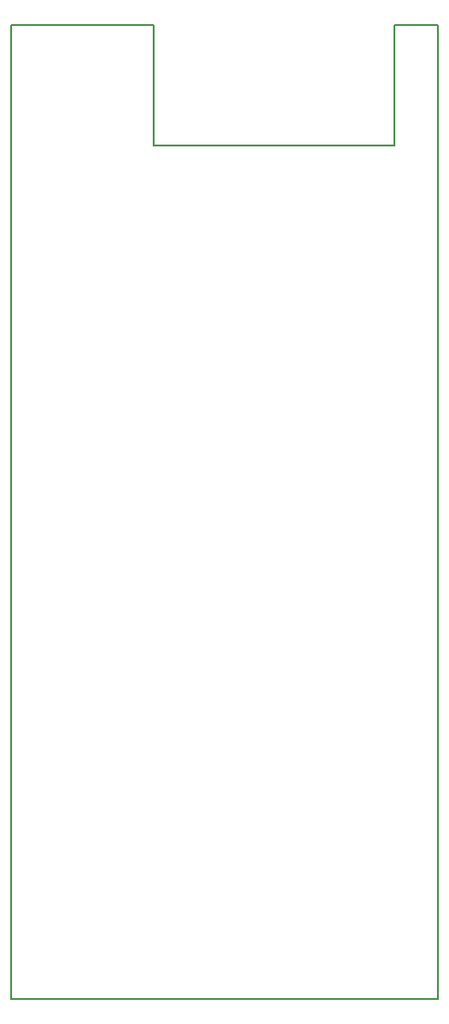
<source format=gm1>
G04 #@! TF.FileFunction,Profile,NP*
%FSLAX46Y46*%
G04 Gerber Fmt 4.6, Leading zero omitted, Abs format (unit mm)*
G04 Created by KiCad (PCBNEW (2016-08-20 BZR 7083)-product) date Wed Apr 22 08:43:57 2020*
%MOMM*%
%LPD*%
G01*
G04 APERTURE LIST*
%ADD10C,0.100000*%
%ADD11C,0.150000*%
G04 APERTURE END LIST*
D10*
D11*
X35000000Y89000000D02*
X39000000Y89000000D01*
X13000000Y89000000D02*
X0Y89000000D01*
X13000000Y89000000D02*
X13000000Y78000000D01*
X35000000Y78000000D02*
X35000000Y89000000D01*
X13000000Y78000000D02*
X35000000Y78000000D01*
X0Y89000000D02*
X0Y0D01*
X39000000Y0D02*
X39000000Y89000000D01*
X0Y0D02*
X39000000Y0D01*
M02*

</source>
